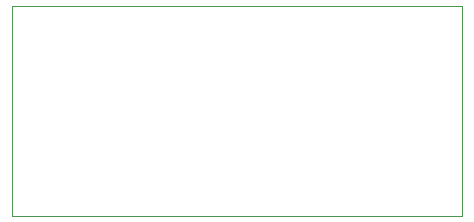
<source format=gbr>
%TF.GenerationSoftware,KiCad,Pcbnew,(5.1.9)-1*%
%TF.CreationDate,2021-03-28T20:47:18-04:00*%
%TF.ProjectId,LongboardRemote,4c6f6e67-626f-4617-9264-52656d6f7465,rev?*%
%TF.SameCoordinates,Original*%
%TF.FileFunction,Legend,Bot*%
%TF.FilePolarity,Positive*%
%FSLAX46Y46*%
G04 Gerber Fmt 4.6, Leading zero omitted, Abs format (unit mm)*
G04 Created by KiCad (PCBNEW (5.1.9)-1) date 2021-03-28 20:47:18*
%MOMM*%
%LPD*%
G01*
G04 APERTURE LIST*
%ADD10C,0.120000*%
G04 APERTURE END LIST*
D10*
%TO.C,U1*%
X165354000Y-124968000D02*
X127254000Y-124968000D01*
X127254000Y-124968000D02*
X127254000Y-107188000D01*
X127254000Y-107188000D02*
X165354000Y-107188000D01*
X165354000Y-107188000D02*
X165354000Y-124968000D01*
%TD*%
M02*

</source>
